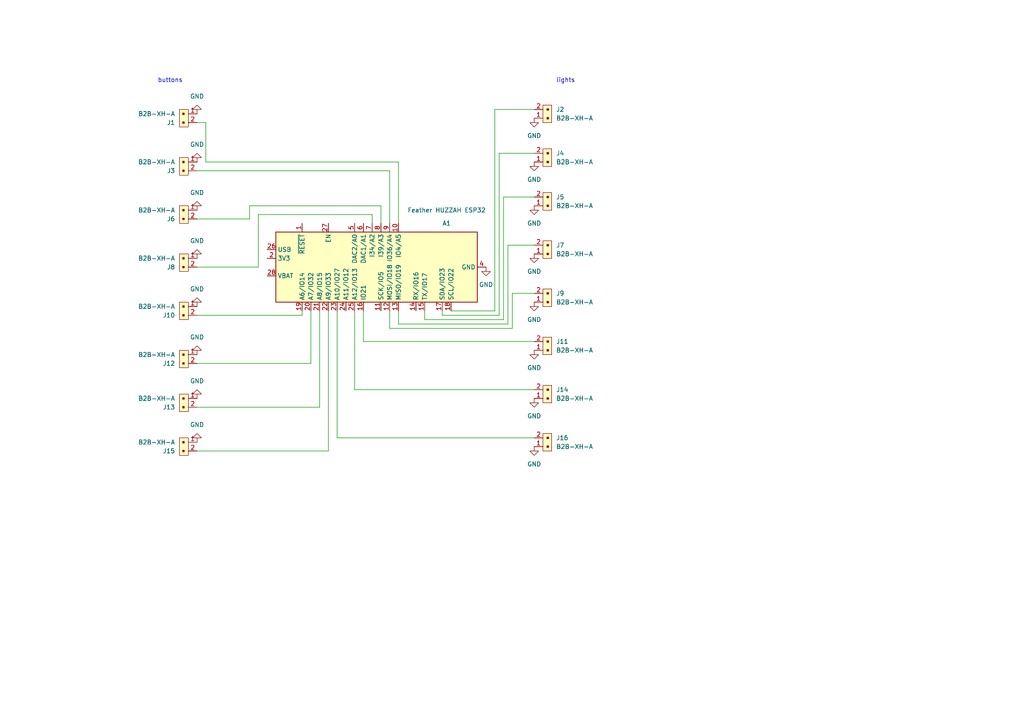
<source format=kicad_sch>
(kicad_sch (version 20211123) (generator eeschema)
  (paper "A4")
  (lib_symbols
    (symbol "MCU_Module:Adafruit_Feather_HUZZAH32_ESP32"
      (property "Reference" "A" (at -10.16 29.21 0))
      (property "Value" "Adafruit_Feather_HUZZAH32_ESP32" (at 2.54 -31.75 0))
      (symbol "Adafruit_Feather_HUZZAH32_ESP32_0_1"
        (rectangle (start -10.16 27.94) (end 10.16 -30.48) (stroke (width 0.254)) (fill (type background)))
      )
      (symbol "Adafruit_Feather_HUZZAH32_ESP32_1_1"
        (pin input line (at 12.7 20.32 180) (length 2.54) (name "~{RESET}") (number "1"))
        (pin bidirectional line (at 12.7 -7.62 180) (length 2.54) (name "IO4/A5") (number "10"))
        (pin bidirectional line (at -12.7 -2.54 0) (length 2.54) (name "SCK/IO5") (number "11"))
        (pin bidirectional line (at -12.7 -5.08 0) (length 2.54) (name "MOSI/IO18") (number "12"))
        (pin bidirectional line (at -12.7 -7.62 0) (length 2.54) (name "MISO/IO19") (number "13"))
        (pin bidirectional line (at -12.7 -12.7 0) (length 2.54) (name "RX/IO16") (number "14"))
        (pin bidirectional line (at -12.7 -15.24 0) (length 2.54) (name "TX/IO17") (number "15"))
        (pin bidirectional line (at -12.7 2.54 0) (length 2.54) (name "IO21") (number "16"))
        (pin bidirectional line (at -12.7 -20.32 0) (length 2.54) (name "SDA/IO23") (number "17"))
        (pin bidirectional line (at -12.7 -22.86 0) (length 2.54) (name "SCL/IO22") (number "18"))
        (pin bidirectional line (at -12.7 20.32 0) (length 2.54) (name "A6/IO14") (number "19"))
        (pin power_in line (at 2.54 30.48 270) (length 2.54) (name "3V3") (number "2"))
        (pin bidirectional line (at -12.7 17.78 0) (length 2.54) (name "A7/IO32") (number "20"))
        (pin bidirectional line (at -12.7 15.24 0) (length 2.54) (name "A8/IO15") (number "21"))
        (pin bidirectional line (at -12.7 12.7 0) (length 2.54) (name "A9/IO33") (number "22"))
        (pin bidirectional line (at -12.7 10.16 0) (length 2.54) (name "A10/IO27") (number "23"))
        (pin bidirectional line (at -12.7 7.62 0) (length 2.54) (name "A11/IO12") (number "24"))
        (pin bidirectional line (at -12.7 5.08 0) (length 2.54) (name "A12/IO13") (number "25"))
        (pin power_in line (at 5.08 30.48 270) (length 2.54) (name "USB") (number "26"))
        (pin input line (at 12.7 12.7 180) (length 2.54) (name "EN") (number "27"))
        (pin power_in line (at -2.54 30.48 270) (length 2.54) (name "VBAT") (number "28"))
        (pin no_connect line (at 10.16 10.16 180) (length 2.54) hide (name "NC") (number "3"))
        (pin power_in line (at 0 -33.02 90) (length 2.54) (name "GND") (number "4"))
        (pin bidirectional line (at 12.7 5.08 180) (length 2.54) (name "DAC2/A0") (number "5"))
        (pin bidirectional line (at 12.7 2.54 180) (length 2.54) (name "DAC1/A1") (number "6"))
        (pin bidirectional line (at 12.7 0 180) (length 2.54) (name "I34/A2") (number "7"))
        (pin bidirectional line (at 12.7 -2.54 180) (length 2.54) (name "I39/A3") (number "8"))
        (pin bidirectional line (at 12.7 -5.08 180) (length 2.54) (name "IO36/A4") (number "9"))
      )
    )
    (symbol "dk_Rectangular-Connectors-Headers-Male-Pins:B2B-XH-A_LF__SN_" (pin_names (offset 1.016))
      (property "Reference" "J" (at -2.54 -1.27 0))
      (property "Value" "B2B-XH-A_LF__SN_" (at 1.27 -3.81 0))
      (symbol "B2B-XH-A_LF__SN__1_1"
        (rectangle (start -1.27 0) (end 3.81 -2.54) (fill (type background)))
        (rectangle (start -0.254 -1.143) (end 0.254 -1.651) (fill (type outline)))
        (rectangle (start 2.286 -1.143) (end 2.794 -1.651) (fill (type outline)))
        (pin passive line (at 0 2.54 270) (length 2.54) (name "~") (number "1"))
        (pin passive line (at 2.54 2.54 270) (length 2.54) (name "~") (number "2"))
      )
    )
    (symbol "power:GND" (power) (pin_names (offset 0))
      (property "Value" "GND" (at 0 -3.81 0))
      (symbol "GND_0_1"
        (polyline (pts (xy 0 0) (xy 0 -1.27) (xy 1.27 -1.27) (xy 0 -2.54) (xy -1.27 -1.27) (xy 0 -1.27)))
      )
      (symbol "GND_1_1"
        (pin power_in line (at 0 0 270) (length 0) hide (name "GND") (number "1"))
      )
    )
  )
  (wire (pts (xy 87.63 91.44) (xy 87.63 90.17)))
  (wire (pts (xy 146.05 57.15) (xy 146.05 92.71)))
  (wire (pts (xy 72.39 59.69) (xy 110.49 59.69)))
  (wire (pts (xy 113.03 49.53) (xy 113.03 64.77)))
  (wire (pts (xy 105.41 99.06) (xy 105.41 90.17)))
  (wire (pts (xy 57.15 63.5) (xy 72.39 63.5)))
  (wire (pts (xy 90.17 105.41) (xy 90.17 90.17)))
  (wire (pts (xy 59.69 35.56) (xy 57.15 35.56)))
  (wire (pts (xy 57.15 105.41) (xy 90.17 105.41)))
  (wire (pts (xy 92.71 118.11) (xy 92.71 90.17)))
  (wire (pts (xy 74.93 62.23) (xy 107.95 62.23)))
  (wire (pts (xy 115.57 93.98) (xy 115.57 90.17)))
  (wire (pts (xy 128.27 90.17) (xy 128.27 91.44)))
  (wire (pts (xy 95.25 130.81) (xy 95.25 90.17)))
  (wire (pts (xy 148.59 95.25) (xy 113.03 95.25)))
  (wire (pts (xy 115.57 46.99) (xy 115.57 64.77)))
  (wire (pts (xy 59.69 46.99) (xy 59.69 35.56)))
  (wire (pts (xy 113.03 90.17) (xy 113.03 95.25)))
  (wire (pts (xy 107.95 62.23) (xy 107.95 64.77)))
  (wire (pts (xy 146.05 92.71) (xy 123.19 92.71)))
  (wire (pts (xy 147.32 71.12) (xy 147.32 93.98)))
  (wire (pts (xy 154.94 85.09) (xy 148.59 85.09)))
  (wire (pts (xy 57.15 118.11) (xy 92.71 118.11)))
  (wire (pts (xy 57.15 49.53) (xy 113.03 49.53)))
  (wire (pts (xy 97.79 127) (xy 97.79 90.17)))
  (wire (pts (xy 154.94 127) (xy 97.79 127)))
  (wire (pts (xy 102.87 113.03) (xy 102.87 90.17)))
  (wire (pts (xy 143.51 31.75) (xy 143.51 90.17)))
  (wire (pts (xy 154.94 99.06) (xy 105.41 99.06)))
  (wire (pts (xy 143.51 90.17) (xy 130.81 90.17)))
  (wire (pts (xy 110.49 59.69) (xy 110.49 64.77)))
  (wire (pts (xy 154.94 71.12) (xy 147.32 71.12)))
  (wire (pts (xy 59.69 46.99) (xy 115.57 46.99)))
  (wire (pts (xy 144.78 91.44) (xy 128.27 91.44)))
  (wire (pts (xy 154.94 31.75) (xy 143.51 31.75)))
  (wire (pts (xy 72.39 63.5) (xy 72.39 59.69)))
  (wire (pts (xy 154.94 44.45) (xy 144.78 44.45)))
  (wire (pts (xy 123.19 92.71) (xy 123.19 90.17)))
  (wire (pts (xy 147.32 93.98) (xy 115.57 93.98)))
  (wire (pts (xy 74.93 77.47) (xy 74.93 62.23)))
  (wire (pts (xy 57.15 77.47) (xy 74.93 77.47)))
  (wire (pts (xy 154.94 57.15) (xy 146.05 57.15)))
  (wire (pts (xy 57.15 130.81) (xy 95.25 130.81)))
  (wire (pts (xy 57.15 91.44) (xy 87.63 91.44)))
  (wire (pts (xy 144.78 44.45) (xy 144.78 91.44)))
  (wire (pts (xy 154.94 113.03) (xy 102.87 113.03)))
  (wire (pts (xy 148.59 85.09) (xy 148.59 95.25)))
  (text "buttons" (at 45.72 24.13 0) (effects (font (size 1.27 1.27)) (justify left bottom)))
  (text "lights" (at 161.29 24.13 0) (effects (font (size 1.27 1.27)) (justify left bottom)))
  (symbol (lib_id "dk_Rectangular-Connectors-Headers-Male-Pins:B2B-XH-A_LF__SN_") (at 157.48 59.69 90) (unit 1)
    (property "Reference" "J5" (at 161.29 57.1499 90) (effects (justify right)))
    (property "Value" "B2B-XH-A" (at 161.29 59.6899 90) (effects (justify right)))
    (property "Footprint" "digikey-footprints:PinHeader_1x2_P2.5mm_Drill1.1mm" (effects hide))
    (property "Datasheet" "http://www.jst-mfg.com/product/pdf/eng/eXH.pdf" (effects hide))
    (property "Digi-Key_PN" "455-2247-ND" (effects hide))
    (property "MPN" "B2B-XH-A(LF)(SN)" (effects hide))
    (property "Category" "Connectors, Interconnects" (effects hide))
    (property "Family" "Rectangular Connectors - Headers, Male Pins" (effects hide))
    (property "DK_Datasheet_Link" "http://www.jst-mfg.com/product/pdf/eng/eXH.pdf" (effects hide))
    (property "DK_Detail_Page" "/product-detail/en/jst-sales-america-inc/B2B-XH-A(LF)(SN)/455-2247-ND/1651045" (effects hide))
    (property "Description" "CONN HEADER VERT 2POS 2.5MM" (effects hide))
    (property "Manufacturer" "JST Sales America Inc." (effects hide))
    (property "Status" "Active" (effects hide))
  )
  (symbol (lib_id "power:GND") (at 57.15 46.99 180) (unit 1)
    (property "Reference" "#PWR03" (effects hide))
    (property "Value" "GND" (at 57.15 41.91 0))
  )
  (symbol (lib_id "dk_Rectangular-Connectors-Headers-Male-Pins:B2B-XH-A_LF__SN_") (at 157.48 46.99 90) (unit 1)
    (property "Reference" "J4" (at 161.29 44.4499 90) (effects (justify right)))
    (property "Value" "B2B-XH-A" (at 161.29 46.9899 90) (effects (justify right)))
    (property "Footprint" "digikey-footprints:PinHeader_1x2_P2.5mm_Drill1.1mm" (effects hide))
    (property "Datasheet" "http://www.jst-mfg.com/product/pdf/eng/eXH.pdf" (effects hide))
    (property "Digi-Key_PN" "455-2247-ND" (effects hide))
    (property "MPN" "B2B-XH-A(LF)(SN)" (effects hide))
    (property "Category" "Connectors, Interconnects" (effects hide))
    (property "Family" "Rectangular Connectors - Headers, Male Pins" (effects hide))
    (property "DK_Datasheet_Link" "http://www.jst-mfg.com/product/pdf/eng/eXH.pdf" (effects hide))
    (property "DK_Detail_Page" "/product-detail/en/jst-sales-america-inc/B2B-XH-A(LF)(SN)/455-2247-ND/1651045" (effects hide))
    (property "Description" "CONN HEADER VERT 2POS 2.5MM" (effects hide))
    (property "Manufacturer" "JST Sales America Inc." (effects hide))
    (property "Status" "Active" (effects hide))
  )
  (symbol (lib_id "dk_Rectangular-Connectors-Headers-Male-Pins:B2B-XH-A_LF__SN_") (at 157.48 87.63 90) (unit 1)
    (property "Reference" "J9" (at 161.29 85.0899 90) (effects (justify right)))
    (property "Value" "B2B-XH-A" (at 161.29 87.6299 90) (effects (justify right)))
    (property "Footprint" "digikey-footprints:PinHeader_1x2_P2.5mm_Drill1.1mm" (effects hide))
    (property "Datasheet" "http://www.jst-mfg.com/product/pdf/eng/eXH.pdf" (effects hide))
    (property "Digi-Key_PN" "455-2247-ND" (effects hide))
    (property "MPN" "B2B-XH-A(LF)(SN)" (effects hide))
    (property "Category" "Connectors, Interconnects" (effects hide))
    (property "Family" "Rectangular Connectors - Headers, Male Pins" (effects hide))
    (property "DK_Datasheet_Link" "http://www.jst-mfg.com/product/pdf/eng/eXH.pdf" (effects hide))
    (property "DK_Detail_Page" "/product-detail/en/jst-sales-america-inc/B2B-XH-A(LF)(SN)/455-2247-ND/1651045" (effects hide))
    (property "Description" "CONN HEADER VERT 2POS 2.5MM" (effects hide))
    (property "Manufacturer" "JST Sales America Inc." (effects hide))
    (property "Status" "Active" (effects hide))
  )
  (symbol (lib_id "power:GND") (at 57.15 102.87 180) (unit 1)
    (property "Reference" "#PWR013" (effects hide))
    (property "Value" "GND" (at 57.15 97.79 0))
  )
  (symbol (lib_id "dk_Rectangular-Connectors-Headers-Male-Pins:B2B-XH-A_LF__SN_") (at 54.61 128.27 270) (unit 1)
    (property "Reference" "J15" (at 50.8 130.8101 90) (effects (justify right)))
    (property "Value" "B2B-XH-A" (at 50.8 128.2701 90) (effects (justify right)))
    (property "Footprint" "digikey-footprints:PinHeader_1x2_P2.5mm_Drill1.1mm" (effects hide))
    (property "Datasheet" "http://www.jst-mfg.com/product/pdf/eng/eXH.pdf" (effects hide))
    (property "Digi-Key_PN" "455-2247-ND" (effects hide))
    (property "MPN" "B2B-XH-A(LF)(SN)" (effects hide))
    (property "Category" "Connectors, Interconnects" (effects hide))
    (property "Family" "Rectangular Connectors - Headers, Male Pins" (effects hide))
    (property "DK_Datasheet_Link" "http://www.jst-mfg.com/product/pdf/eng/eXH.pdf" (effects hide))
    (property "DK_Detail_Page" "/product-detail/en/jst-sales-america-inc/B2B-XH-A(LF)(SN)/455-2247-ND/1651045" (effects hide))
    (property "Description" "CONN HEADER VERT 2POS 2.5MM" (effects hide))
    (property "Manufacturer" "JST Sales America Inc." (effects hide))
    (property "Status" "Active" (effects hide))
  )
  (symbol (lib_id "dk_Rectangular-Connectors-Headers-Male-Pins:B2B-XH-A_LF__SN_") (at 54.61 60.96 270) (unit 1)
    (property "Reference" "J6" (at 50.8 63.5001 90) (effects (justify right)))
    (property "Value" "B2B-XH-A" (at 50.8 60.9601 90) (effects (justify right)))
    (property "Footprint" "digikey-footprints:PinHeader_1x2_P2.5mm_Drill1.1mm" (effects hide))
    (property "Datasheet" "http://www.jst-mfg.com/product/pdf/eng/eXH.pdf" (effects hide))
    (property "Digi-Key_PN" "455-2247-ND" (effects hide))
    (property "MPN" "B2B-XH-A(LF)(SN)" (effects hide))
    (property "Category" "Connectors, Interconnects" (effects hide))
    (property "Family" "Rectangular Connectors - Headers, Male Pins" (effects hide))
    (property "DK_Datasheet_Link" "http://www.jst-mfg.com/product/pdf/eng/eXH.pdf" (effects hide))
    (property "DK_Detail_Page" "/product-detail/en/jst-sales-america-inc/B2B-XH-A(LF)(SN)/455-2247-ND/1651045" (effects hide))
    (property "Description" "CONN HEADER VERT 2POS 2.5MM" (effects hide))
    (property "Manufacturer" "JST Sales America Inc." (effects hide))
    (property "Status" "Active" (effects hide))
  )
  (symbol (lib_id "power:GND") (at 154.94 59.69 0) (unit 1)
    (property "Reference" "#PWR05" (effects hide))
    (property "Value" "GND" (at 154.94 64.77 0))
  )
  (symbol (lib_id "dk_Rectangular-Connectors-Headers-Male-Pins:B2B-XH-A_LF__SN_") (at 54.61 46.99 270) (unit 1)
    (property "Reference" "J3" (at 50.8 49.5301 90) (effects (justify right)))
    (property "Value" "B2B-XH-A" (at 50.8 46.9901 90) (effects (justify right)))
    (property "Footprint" "digikey-footprints:PinHeader_1x2_P2.5mm_Drill1.1mm" (effects hide))
    (property "Datasheet" "http://www.jst-mfg.com/product/pdf/eng/eXH.pdf" (effects hide))
    (property "Digi-Key_PN" "455-2247-ND" (effects hide))
    (property "MPN" "B2B-XH-A(LF)(SN)" (effects hide))
    (property "Category" "Connectors, Interconnects" (effects hide))
    (property "Family" "Rectangular Connectors - Headers, Male Pins" (effects hide))
    (property "DK_Datasheet_Link" "http://www.jst-mfg.com/product/pdf/eng/eXH.pdf" (effects hide))
    (property "DK_Detail_Page" "/product-detail/en/jst-sales-america-inc/B2B-XH-A(LF)(SN)/455-2247-ND/1651045" (effects hide))
    (property "Description" "CONN HEADER VERT 2POS 2.5MM" (effects hide))
    (property "Manufacturer" "JST Sales America Inc." (effects hide))
    (property "Status" "Active" (effects hide))
  )
  (symbol (lib_id "power:GND") (at 154.94 101.6 0) (unit 1)
    (property "Reference" "#PWR012" (effects hide))
    (property "Value" "GND" (at 154.94 106.68 0))
  )
  (symbol (lib_id "power:GND") (at 57.15 128.27 180) (unit 1)
    (property "Reference" "#PWR016" (effects hide))
    (property "Value" "GND" (at 57.15 123.19 0))
  )
  (symbol (lib_id "power:GND") (at 154.94 73.66 0) (unit 1)
    (property "Reference" "#PWR07" (effects hide))
    (property "Value" "GND" (at 154.94 78.74 0))
  )
  (symbol (lib_id "dk_Rectangular-Connectors-Headers-Male-Pins:B2B-XH-A_LF__SN_") (at 54.61 88.9 270) (unit 1)
    (property "Reference" "J10" (at 50.8 91.4401 90) (effects (justify right)))
    (property "Value" "B2B-XH-A" (at 50.8 88.9001 90) (effects (justify right)))
    (property "Footprint" "digikey-footprints:PinHeader_1x2_P2.5mm_Drill1.1mm" (effects hide))
    (property "Datasheet" "http://www.jst-mfg.com/product/pdf/eng/eXH.pdf" (effects hide))
    (property "Digi-Key_PN" "455-2247-ND" (effects hide))
    (property "MPN" "B2B-XH-A(LF)(SN)" (effects hide))
    (property "Category" "Connectors, Interconnects" (effects hide))
    (property "Family" "Rectangular Connectors - Headers, Male Pins" (effects hide))
    (property "DK_Datasheet_Link" "http://www.jst-mfg.com/product/pdf/eng/eXH.pdf" (effects hide))
    (property "DK_Detail_Page" "/product-detail/en/jst-sales-america-inc/B2B-XH-A(LF)(SN)/455-2247-ND/1651045" (effects hide))
    (property "Description" "CONN HEADER VERT 2POS 2.5MM" (effects hide))
    (property "Manufacturer" "JST Sales America Inc." (effects hide))
    (property "Status" "Active" (effects hide))
  )
  (symbol (lib_id "power:GND") (at 140.97 77.47 0) (unit 1)
    (property "Reference" "#PWR09" (effects hide))
    (property "Value" "GND" (at 140.97 82.55 0))
  )
  (symbol (lib_id "dk_Rectangular-Connectors-Headers-Male-Pins:B2B-XH-A_LF__SN_") (at 157.48 34.29 90) (unit 1)
    (property "Reference" "J2" (at 161.29 31.7499 90) (effects (justify right)))
    (property "Value" "B2B-XH-A" (at 161.29 34.2899 90) (effects (justify right)))
    (property "Footprint" "digikey-footprints:PinHeader_1x2_P2.5mm_Drill1.1mm" (effects hide))
    (property "Datasheet" "http://www.jst-mfg.com/product/pdf/eng/eXH.pdf" (effects hide))
    (property "Digi-Key_PN" "455-2247-ND" (effects hide))
    (property "MPN" "B2B-XH-A(LF)(SN)" (effects hide))
    (property "Category" "Connectors, Interconnects" (effects hide))
    (property "Family" "Rectangular Connectors - Headers, Male Pins" (effects hide))
    (property "DK_Datasheet_Link" "http://www.jst-mfg.com/product/pdf/eng/eXH.pdf" (effects hide))
    (property "DK_Detail_Page" "/product-detail/en/jst-sales-america-inc/B2B-XH-A(LF)(SN)/455-2247-ND/1651045" (effects hide))
    (property "Description" "CONN HEADER VERT 2POS 2.5MM" (effects hide))
    (property "Manufacturer" "JST Sales America Inc." (effects hide))
    (property "Status" "Active" (effects hide))
  )
  (symbol (lib_id "dk_Rectangular-Connectors-Headers-Male-Pins:B2B-XH-A_LF__SN_") (at 157.48 101.6 90) (unit 1)
    (property "Reference" "J11" (at 161.29 99.0599 90) (effects (justify right)))
    (property "Value" "B2B-XH-A" (at 161.29 101.5999 90) (effects (justify right)))
    (property "Footprint" "digikey-footprints:PinHeader_1x2_P2.5mm_Drill1.1mm" (effects hide))
    (property "Datasheet" "http://www.jst-mfg.com/product/pdf/eng/eXH.pdf" (effects hide))
    (property "Digi-Key_PN" "455-2247-ND" (effects hide))
    (property "MPN" "B2B-XH-A(LF)(SN)" (effects hide))
    (property "Category" "Connectors, Interconnects" (effects hide))
    (property "Family" "Rectangular Connectors - Headers, Male Pins" (effects hide))
    (property "DK_Datasheet_Link" "http://www.jst-mfg.com/product/pdf/eng/eXH.pdf" (effects hide))
    (property "DK_Detail_Page" "/product-detail/en/jst-sales-america-inc/B2B-XH-A(LF)(SN)/455-2247-ND/1651045" (effects hide))
    (property "Description" "CONN HEADER VERT 2POS 2.5MM" (effects hide))
    (property "Manufacturer" "JST Sales America Inc." (effects hide))
    (property "Status" "Active" (effects hide))
  )
  (symbol (lib_id "power:GND") (at 154.94 87.63 0) (unit 1)
    (property "Reference" "#PWR010" (effects hide))
    (property "Value" "GND" (at 154.94 92.71 0))
  )
  (symbol (lib_id "MCU_Module:Adafruit_Feather_HUZZAH32_ESP32") (at 107.95 77.47 90) (unit 1)
    (property "Reference" "A1" (at 129.54 64.77 90))
    (property "Value" "Feather HUZZAH ESP32" (at 129.54 60.96 90))
    (property "Footprint" "Module:Adafruit_Feather" (effects hide))
    (property "Datasheet" "https://cdn-learn.adafruit.com/downloads/pdf/adafruit-huzzah32-esp32-feather.pdf" (effects hide))
  )
  (symbol (lib_id "dk_Rectangular-Connectors-Headers-Male-Pins:B2B-XH-A_LF__SN_") (at 54.61 102.87 270) (unit 1)
    (property "Reference" "J12" (at 50.8 105.4101 90) (effects (justify right)))
    (property "Value" "B2B-XH-A" (at 50.8 102.8701 90) (effects (justify right)))
    (property "Footprint" "digikey-footprints:PinHeader_1x2_P2.5mm_Drill1.1mm" (effects hide))
    (property "Datasheet" "http://www.jst-mfg.com/product/pdf/eng/eXH.pdf" (effects hide))
    (property "Digi-Key_PN" "455-2247-ND" (effects hide))
    (property "MPN" "B2B-XH-A(LF)(SN)" (effects hide))
    (property "Category" "Connectors, Interconnects" (effects hide))
    (property "Family" "Rectangular Connectors - Headers, Male Pins" (effects hide))
    (property "DK_Datasheet_Link" "http://www.jst-mfg.com/product/pdf/eng/eXH.pdf" (effects hide))
    (property "DK_Detail_Page" "/product-detail/en/jst-sales-america-inc/B2B-XH-A(LF)(SN)/455-2247-ND/1651045" (effects hide))
    (property "Description" "CONN HEADER VERT 2POS 2.5MM" (effects hide))
    (property "Manufacturer" "JST Sales America Inc." (effects hide))
    (property "Status" "Active" (effects hide))
  )
  (symbol (lib_id "dk_Rectangular-Connectors-Headers-Male-Pins:B2B-XH-A_LF__SN_") (at 54.61 115.57 270) (unit 1)
    (property "Reference" "J13" (at 50.8 118.1101 90) (effects (justify right)))
    (property "Value" "B2B-XH-A" (at 50.8 115.5701 90) (effects (justify right)))
    (property "Footprint" "digikey-footprints:PinHeader_1x2_P2.5mm_Drill1.1mm" (effects hide))
    (property "Datasheet" "http://www.jst-mfg.com/product/pdf/eng/eXH.pdf" (effects hide))
    (property "Digi-Key_PN" "455-2247-ND" (effects hide))
    (property "MPN" "B2B-XH-A(LF)(SN)" (effects hide))
    (property "Category" "Connectors, Interconnects" (effects hide))
    (property "Family" "Rectangular Connectors - Headers, Male Pins" (effects hide))
    (property "DK_Datasheet_Link" "http://www.jst-mfg.com/product/pdf/eng/eXH.pdf" (effects hide))
    (property "DK_Detail_Page" "/product-detail/en/jst-sales-america-inc/B2B-XH-A(LF)(SN)/455-2247-ND/1651045" (effects hide))
    (property "Description" "CONN HEADER VERT 2POS 2.5MM" (effects hide))
    (property "Manufacturer" "JST Sales America Inc." (effects hide))
    (property "Status" "Active" (effects hide))
  )
  (symbol (lib_id "dk_Rectangular-Connectors-Headers-Male-Pins:B2B-XH-A_LF__SN_") (at 54.61 74.93 270) (unit 1)
    (property "Reference" "J8" (at 50.8 77.4701 90) (effects (justify right)))
    (property "Value" "B2B-XH-A" (at 50.8 74.9301 90) (effects (justify right)))
    (property "Footprint" "digikey-footprints:PinHeader_1x2_P2.5mm_Drill1.1mm" (effects hide))
    (property "Datasheet" "http://www.jst-mfg.com/product/pdf/eng/eXH.pdf" (effects hide))
    (property "Digi-Key_PN" "455-2247-ND" (effects hide))
    (property "MPN" "B2B-XH-A(LF)(SN)" (effects hide))
    (property "Category" "Connectors, Interconnects" (effects hide))
    (property "Family" "Rectangular Connectors - Headers, Male Pins" (effects hide))
    (property "DK_Datasheet_Link" "http://www.jst-mfg.com/product/pdf/eng/eXH.pdf" (effects hide))
    (property "DK_Detail_Page" "/product-detail/en/jst-sales-america-inc/B2B-XH-A(LF)(SN)/455-2247-ND/1651045" (effects hide))
    (property "Description" "CONN HEADER VERT 2POS 2.5MM" (effects hide))
    (property "Manufacturer" "JST Sales America Inc." (effects hide))
    (property "Status" "Active" (effects hide))
  )
  (symbol (lib_id "power:GND") (at 57.15 60.96 180) (unit 1)
    (property "Reference" "#PWR06" (effects hide))
    (property "Value" "GND" (at 57.15 55.88 0))
  )
  (symbol (lib_id "power:GND") (at 57.15 88.9 180) (unit 1)
    (property "Reference" "#PWR011" (effects hide))
    (property "Value" "GND" (at 57.15 83.82 0))
  )
  (symbol (lib_id "power:GND") (at 154.94 129.54 0) (unit 1)
    (property "Reference" "#PWR017" (effects hide))
    (property "Value" "GND" (at 154.94 134.62 0))
  )
  (symbol (lib_id "dk_Rectangular-Connectors-Headers-Male-Pins:B2B-XH-A_LF__SN_") (at 157.48 129.54 90) (unit 1)
    (property "Reference" "J16" (at 161.29 126.9999 90) (effects (justify right)))
    (property "Value" "B2B-XH-A" (at 161.29 129.5399 90) (effects (justify right)))
    (property "Footprint" "digikey-footprints:PinHeader_1x2_P2.5mm_Drill1.1mm" (effects hide))
    (property "Datasheet" "http://www.jst-mfg.com/product/pdf/eng/eXH.pdf" (effects hide))
    (property "Digi-Key_PN" "455-2247-ND" (effects hide))
    (property "MPN" "B2B-XH-A(LF)(SN)" (effects hide))
    (property "Category" "Connectors, Interconnects" (effects hide))
    (property "Family" "Rectangular Connectors - Headers, Male Pins" (effects hide))
    (property "DK_Datasheet_Link" "http://www.jst-mfg.com/product/pdf/eng/eXH.pdf" (effects hide))
    (property "DK_Detail_Page" "/product-detail/en/jst-sales-america-inc/B2B-XH-A(LF)(SN)/455-2247-ND/1651045" (effects hide))
    (property "Description" "CONN HEADER VERT 2POS 2.5MM" (effects hide))
    (property "Manufacturer" "JST Sales America Inc." (effects hide))
    (property "Status" "Active" (effects hide))
  )
  (symbol (lib_id "dk_Rectangular-Connectors-Headers-Male-Pins:B2B-XH-A_LF__SN_") (at 54.61 33.02 270) (unit 1)
    (property "Reference" "J1" (at 50.8 35.5601 90) (effects (justify right)))
    (property "Value" "B2B-XH-A" (at 50.8 33.0201 90) (effects (justify right)))
    (property "Footprint" "digikey-footprints:PinHeader_1x2_P2.5mm_Drill1.1mm" (effects hide))
    (property "Datasheet" "http://www.jst-mfg.com/product/pdf/eng/eXH.pdf" (effects hide))
    (property "Digi-Key_PN" "455-2247-ND" (effects hide))
    (property "MPN" "B2B-XH-A(LF)(SN)" (effects hide))
    (property "Category" "Connectors, Interconnects" (effects hide))
    (property "Family" "Rectangular Connectors - Headers, Male Pins" (effects hide))
    (property "DK_Datasheet_Link" "http://www.jst-mfg.com/product/pdf/eng/eXH.pdf" (effects hide))
    (property "DK_Detail_Page" "/product-detail/en/jst-sales-america-inc/B2B-XH-A(LF)(SN)/455-2247-ND/1651045" (effects hide))
    (property "Description" "CONN HEADER VERT 2POS 2.5MM" (effects hide))
    (property "Manufacturer" "JST Sales America Inc." (effects hide))
    (property "Status" "Active" (effects hide))
  )
  (symbol (lib_id "power:GND") (at 154.94 46.99 0) (unit 1)
    (property "Reference" "#PWR04" (effects hide))
    (property "Value" "GND" (at 154.94 52.07 0))
  )
  (symbol (lib_id "power:GND") (at 57.15 33.02 180) (unit 1)
    (property "Reference" "#PWR01" (effects hide))
    (property "Value" "GND" (at 57.15 27.94 0))
  )
  (symbol (lib_id "power:GND") (at 154.94 115.57 0) (unit 1)
    (property "Reference" "#PWR015" (effects hide))
    (property "Value" "GND" (at 154.94 120.65 0))
  )
  (symbol (lib_id "power:GND") (at 57.15 74.93 180) (unit 1)
    (property "Reference" "#PWR08" (effects hide))
    (property "Value" "GND" (at 57.15 69.85 0))
  )
  (symbol (lib_id "dk_Rectangular-Connectors-Headers-Male-Pins:B2B-XH-A_LF__SN_") (at 157.48 115.57 90) (unit 1)
    (property "Reference" "J14" (at 161.29 113.0299 90) (effects (justify right)))
    (property "Value" "B2B-XH-A" (at 161.29 115.5699 90) (effects (justify right)))
    (property "Footprint" "digikey-footprints:PinHeader_1x2_P2.5mm_Drill1.1mm" (effects hide))
    (property "Datasheet" "http://www.jst-mfg.com/product/pdf/eng/eXH.pdf" (effects hide))
    (property "Digi-Key_PN" "455-2247-ND" (effects hide))
    (property "MPN" "B2B-XH-A(LF)(SN)" (effects hide))
    (property "Category" "Connectors, Interconnects" (effects hide))
    (property "Family" "Rectangular Connectors - Headers, Male Pins" (effects hide))
    (property "DK_Datasheet_Link" "http://www.jst-mfg.com/product/pdf/eng/eXH.pdf" (effects hide))
    (property "DK_Detail_Page" "/product-detail/en/jst-sales-america-inc/B2B-XH-A(LF)(SN)/455-2247-ND/1651045" (effects hide))
    (property "Description" "CONN HEADER VERT 2POS 2.5MM" (effects hide))
    (property "Manufacturer" "JST Sales America Inc." (effects hide))
    (property "Status" "Active" (effects hide))
  )
  (symbol (lib_id "power:GND") (at 154.94 34.29 0) (unit 1)
    (property "Reference" "#PWR02" (effects hide))
    (property "Value" "GND" (at 154.94 39.37 0))
  )
  (symbol (lib_id "power:GND") (at 57.15 115.57 180) (unit 1)
    (property "Reference" "#PWR014" (effects hide))
    (property "Value" "GND" (at 57.15 110.49 0))
  )
  (symbol (lib_id "dk_Rectangular-Connectors-Headers-Male-Pins:B2B-XH-A_LF__SN_") (at 157.48 73.66 90) (unit 1)
    (property "Reference" "J7" (at 161.29 71.1199 90) (effects (justify right)))
    (property "Value" "B2B-XH-A" (at 161.29 73.6599 90) (effects (justify right)))
    (property "Footprint" "digikey-footprints:PinHeader_1x2_P2.5mm_Drill1.1mm" (effects hide))
    (property "Datasheet" "http://www.jst-mfg.com/product/pdf/eng/eXH.pdf" (effects hide))
    (property "Digi-Key_PN" "455-2247-ND" (effects hide))
    (property "MPN" "B2B-XH-A(LF)(SN)" (effects hide))
    (property "Category" "Connectors, Interconnects" (effects hide))
    (property "Family" "Rectangular Connectors - Headers, Male Pins" (effects hide))
    (property "DK_Datasheet_Link" "http://www.jst-mfg.com/product/pdf/eng/eXH.pdf" (effects hide))
    (property "DK_Detail_Page" "/product-detail/en/jst-sales-america-inc/B2B-XH-A(LF)(SN)/455-2247-ND/1651045" (effects hide))
    (property "Description" "CONN HEADER VERT 2POS 2.5MM" (effects hide))
    (property "Manufacturer" "JST Sales America Inc." (effects hide))
    (property "Status" "Active" (effects hide))
  )
)
</source>
